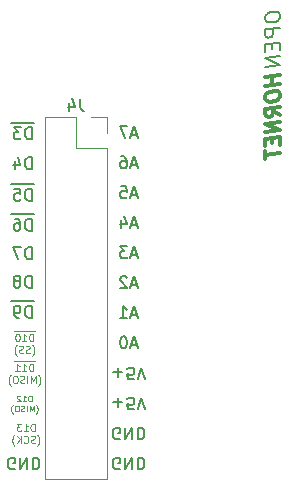
<source format=gbr>
G04 #@! TF.GenerationSoftware,KiCad,Pcbnew,(5.1.4-0-10_14)*
G04 #@! TF.CreationDate,2019-11-14T12:21:28+01:00*
G04 #@! TF.ProjectId,NANO IO,4e414e4f-2049-44f2-9e6b-696361645f70,-*
G04 #@! TF.SameCoordinates,Original*
G04 #@! TF.FileFunction,Legend,Bot*
G04 #@! TF.FilePolarity,Positive*
%FSLAX46Y46*%
G04 Gerber Fmt 4.6, Leading zero omitted, Abs format (unit mm)*
G04 Created by KiCad (PCBNEW (5.1.4-0-10_14)) date 2019-11-14 12:21:28*
%MOMM*%
%LPD*%
G04 APERTURE LIST*
%ADD10C,0.304800*%
%ADD11C,0.127000*%
%ADD12C,0.150000*%
%ADD13C,0.100000*%
%ADD14C,0.120000*%
G04 APERTURE END LIST*
D10*
X155074523Y-75768060D02*
X153804523Y-75926810D01*
X154409285Y-75851215D02*
X154409285Y-76576929D01*
X155074523Y-76493774D02*
X153804523Y-76652524D01*
X153804523Y-77499191D02*
X153804523Y-77741096D01*
X153865000Y-77854489D01*
X153985952Y-77960322D01*
X154227857Y-77990560D01*
X154651190Y-77937643D01*
X154893095Y-77846929D01*
X155014047Y-77710858D01*
X155074523Y-77582346D01*
X155074523Y-77340441D01*
X155014047Y-77227048D01*
X154893095Y-77121215D01*
X154651190Y-77090977D01*
X154227857Y-77143893D01*
X153985952Y-77234608D01*
X153865000Y-77370679D01*
X153804523Y-77499191D01*
X155074523Y-79154727D02*
X154469761Y-78806989D01*
X155074523Y-78429012D02*
X153804523Y-78587762D01*
X153804523Y-79071572D01*
X153865000Y-79184965D01*
X153925476Y-79237881D01*
X154046428Y-79283239D01*
X154227857Y-79260560D01*
X154348809Y-79184965D01*
X154409285Y-79116929D01*
X154469761Y-78988417D01*
X154469761Y-78504608D01*
X155074523Y-79699012D02*
X153804523Y-79857762D01*
X155074523Y-80424727D01*
X153804523Y-80583477D01*
X154409285Y-81112643D02*
X154409285Y-81535977D01*
X155074523Y-81634250D02*
X155074523Y-81029489D01*
X153804523Y-81188239D01*
X153804523Y-81793000D01*
X153804523Y-82155858D02*
X153804523Y-82881572D01*
X155074523Y-82359965D02*
X153804523Y-82518715D01*
D11*
X153804523Y-70803145D02*
X153804523Y-71045050D01*
X153865000Y-71158442D01*
X153985952Y-71264276D01*
X154227857Y-71294514D01*
X154651190Y-71241597D01*
X154893095Y-71150883D01*
X155014047Y-71014811D01*
X155074523Y-70886300D01*
X155074523Y-70644395D01*
X155014047Y-70531002D01*
X154893095Y-70425169D01*
X154651190Y-70394930D01*
X154227857Y-70447847D01*
X153985952Y-70538561D01*
X153865000Y-70674633D01*
X153804523Y-70803145D01*
X155074523Y-71732966D02*
X153804523Y-71891716D01*
X153804523Y-72375526D01*
X153865000Y-72488919D01*
X153925476Y-72541835D01*
X154046428Y-72587192D01*
X154227857Y-72564514D01*
X154348809Y-72488919D01*
X154409285Y-72420883D01*
X154469761Y-72292371D01*
X154469761Y-71808561D01*
X154409285Y-73086121D02*
X154409285Y-73509454D01*
X155074523Y-73607728D02*
X155074523Y-73002966D01*
X153804523Y-73161716D01*
X153804523Y-73766478D01*
X155074523Y-74152014D02*
X153804523Y-74310764D01*
X155074523Y-74877728D01*
X153804523Y-75036478D01*
D12*
X140954285Y-100893571D02*
X141716190Y-100893571D01*
X141335238Y-100512619D02*
X141335238Y-101274523D01*
X142668571Y-101512619D02*
X142192380Y-101512619D01*
X142144761Y-101036428D01*
X142192380Y-101084047D01*
X142287619Y-101131666D01*
X142525714Y-101131666D01*
X142620952Y-101084047D01*
X142668571Y-101036428D01*
X142716190Y-100941190D01*
X142716190Y-100703095D01*
X142668571Y-100607857D01*
X142620952Y-100560238D01*
X142525714Y-100512619D01*
X142287619Y-100512619D01*
X142192380Y-100560238D01*
X142144761Y-100607857D01*
X143001904Y-101512619D02*
X143335238Y-100512619D01*
X143668571Y-101512619D01*
X140954285Y-103433571D02*
X141716190Y-103433571D01*
X141335238Y-103052619D02*
X141335238Y-103814523D01*
X142668571Y-104052619D02*
X142192380Y-104052619D01*
X142144761Y-103576428D01*
X142192380Y-103624047D01*
X142287619Y-103671666D01*
X142525714Y-103671666D01*
X142620952Y-103624047D01*
X142668571Y-103576428D01*
X142716190Y-103481190D01*
X142716190Y-103243095D01*
X142668571Y-103147857D01*
X142620952Y-103100238D01*
X142525714Y-103052619D01*
X142287619Y-103052619D01*
X142192380Y-103100238D01*
X142144761Y-103147857D01*
X143001904Y-104052619D02*
X143335238Y-103052619D01*
X143668571Y-104052619D01*
X141478095Y-106545000D02*
X141382857Y-106592619D01*
X141240000Y-106592619D01*
X141097142Y-106545000D01*
X141001904Y-106449761D01*
X140954285Y-106354523D01*
X140906666Y-106164047D01*
X140906666Y-106021190D01*
X140954285Y-105830714D01*
X141001904Y-105735476D01*
X141097142Y-105640238D01*
X141240000Y-105592619D01*
X141335238Y-105592619D01*
X141478095Y-105640238D01*
X141525714Y-105687857D01*
X141525714Y-106021190D01*
X141335238Y-106021190D01*
X141954285Y-105592619D02*
X141954285Y-106592619D01*
X142525714Y-105592619D01*
X142525714Y-106592619D01*
X143001904Y-105592619D02*
X143001904Y-106592619D01*
X143240000Y-106592619D01*
X143382857Y-106545000D01*
X143478095Y-106449761D01*
X143525714Y-106354523D01*
X143573333Y-106164047D01*
X143573333Y-106021190D01*
X143525714Y-105830714D01*
X143478095Y-105735476D01*
X143382857Y-105640238D01*
X143240000Y-105592619D01*
X143001904Y-105592619D01*
X141478095Y-109085000D02*
X141382857Y-109132619D01*
X141240000Y-109132619D01*
X141097142Y-109085000D01*
X141001904Y-108989761D01*
X140954285Y-108894523D01*
X140906666Y-108704047D01*
X140906666Y-108561190D01*
X140954285Y-108370714D01*
X141001904Y-108275476D01*
X141097142Y-108180238D01*
X141240000Y-108132619D01*
X141335238Y-108132619D01*
X141478095Y-108180238D01*
X141525714Y-108227857D01*
X141525714Y-108561190D01*
X141335238Y-108561190D01*
X141954285Y-108132619D02*
X141954285Y-109132619D01*
X142525714Y-108132619D01*
X142525714Y-109132619D01*
X143001904Y-108132619D02*
X143001904Y-109132619D01*
X143240000Y-109132619D01*
X143382857Y-109085000D01*
X143478095Y-108989761D01*
X143525714Y-108894523D01*
X143573333Y-108704047D01*
X143573333Y-108561190D01*
X143525714Y-108370714D01*
X143478095Y-108275476D01*
X143382857Y-108180238D01*
X143240000Y-108132619D01*
X143001904Y-108132619D01*
X142954285Y-83351666D02*
X142478095Y-83351666D01*
X143049523Y-83637380D02*
X142716190Y-82637380D01*
X142382857Y-83637380D01*
X141620952Y-82637380D02*
X141811428Y-82637380D01*
X141906666Y-82685000D01*
X141954285Y-82732619D01*
X142049523Y-82875476D01*
X142097142Y-83065952D01*
X142097142Y-83446904D01*
X142049523Y-83542142D01*
X142001904Y-83589761D01*
X141906666Y-83637380D01*
X141716190Y-83637380D01*
X141620952Y-83589761D01*
X141573333Y-83542142D01*
X141525714Y-83446904D01*
X141525714Y-83208809D01*
X141573333Y-83113571D01*
X141620952Y-83065952D01*
X141716190Y-83018333D01*
X141906666Y-83018333D01*
X142001904Y-83065952D01*
X142049523Y-83113571D01*
X142097142Y-83208809D01*
X142954285Y-85891666D02*
X142478095Y-85891666D01*
X143049523Y-86177380D02*
X142716190Y-85177380D01*
X142382857Y-86177380D01*
X141573333Y-85177380D02*
X142049523Y-85177380D01*
X142097142Y-85653571D01*
X142049523Y-85605952D01*
X141954285Y-85558333D01*
X141716190Y-85558333D01*
X141620952Y-85605952D01*
X141573333Y-85653571D01*
X141525714Y-85748809D01*
X141525714Y-85986904D01*
X141573333Y-86082142D01*
X141620952Y-86129761D01*
X141716190Y-86177380D01*
X141954285Y-86177380D01*
X142049523Y-86129761D01*
X142097142Y-86082142D01*
X142954285Y-80811666D02*
X142478095Y-80811666D01*
X143049523Y-81097380D02*
X142716190Y-80097380D01*
X142382857Y-81097380D01*
X142144761Y-80097380D02*
X141478095Y-80097380D01*
X141906666Y-81097380D01*
X142954285Y-88431666D02*
X142478095Y-88431666D01*
X143049523Y-88717380D02*
X142716190Y-87717380D01*
X142382857Y-88717380D01*
X141620952Y-88050714D02*
X141620952Y-88717380D01*
X141859047Y-87669761D02*
X142097142Y-88384047D01*
X141478095Y-88384047D01*
X142954285Y-90971666D02*
X142478095Y-90971666D01*
X143049523Y-91257380D02*
X142716190Y-90257380D01*
X142382857Y-91257380D01*
X142144761Y-90257380D02*
X141525714Y-90257380D01*
X141859047Y-90638333D01*
X141716190Y-90638333D01*
X141620952Y-90685952D01*
X141573333Y-90733571D01*
X141525714Y-90828809D01*
X141525714Y-91066904D01*
X141573333Y-91162142D01*
X141620952Y-91209761D01*
X141716190Y-91257380D01*
X142001904Y-91257380D01*
X142097142Y-91209761D01*
X142144761Y-91162142D01*
X142954285Y-93511666D02*
X142478095Y-93511666D01*
X143049523Y-93797380D02*
X142716190Y-92797380D01*
X142382857Y-93797380D01*
X142097142Y-92892619D02*
X142049523Y-92845000D01*
X141954285Y-92797380D01*
X141716190Y-92797380D01*
X141620952Y-92845000D01*
X141573333Y-92892619D01*
X141525714Y-92987857D01*
X141525714Y-93083095D01*
X141573333Y-93225952D01*
X142144761Y-93797380D01*
X141525714Y-93797380D01*
X142954285Y-96051666D02*
X142478095Y-96051666D01*
X143049523Y-96337380D02*
X142716190Y-95337380D01*
X142382857Y-96337380D01*
X141525714Y-96337380D02*
X142097142Y-96337380D01*
X141811428Y-96337380D02*
X141811428Y-95337380D01*
X141906666Y-95480238D01*
X142001904Y-95575476D01*
X142097142Y-95623095D01*
X142954285Y-98591666D02*
X142478095Y-98591666D01*
X143049523Y-98877380D02*
X142716190Y-97877380D01*
X142382857Y-98877380D01*
X141859047Y-97877380D02*
X141763809Y-97877380D01*
X141668571Y-97925000D01*
X141620952Y-97972619D01*
X141573333Y-98067857D01*
X141525714Y-98258333D01*
X141525714Y-98496428D01*
X141573333Y-98686904D01*
X141620952Y-98782142D01*
X141668571Y-98829761D01*
X141763809Y-98877380D01*
X141859047Y-98877380D01*
X141954285Y-98829761D01*
X142001904Y-98782142D01*
X142049523Y-98686904D01*
X142097142Y-98496428D01*
X142097142Y-98258333D01*
X142049523Y-98067857D01*
X142001904Y-97972619D01*
X141954285Y-97925000D01*
X141859047Y-97877380D01*
D13*
X134297628Y-99979200D02*
X133697628Y-99979200D01*
X134154771Y-100812628D02*
X134154771Y-100212628D01*
X134011914Y-100212628D01*
X133926200Y-100241200D01*
X133869057Y-100298342D01*
X133840485Y-100355485D01*
X133811914Y-100469771D01*
X133811914Y-100555485D01*
X133840485Y-100669771D01*
X133869057Y-100726914D01*
X133926200Y-100784057D01*
X134011914Y-100812628D01*
X134154771Y-100812628D01*
X133697628Y-99979200D02*
X133126200Y-99979200D01*
X133240485Y-100812628D02*
X133583342Y-100812628D01*
X133411914Y-100812628D02*
X133411914Y-100212628D01*
X133469057Y-100298342D01*
X133526200Y-100355485D01*
X133583342Y-100384057D01*
X133126200Y-99979200D02*
X132554771Y-99979200D01*
X132669057Y-100812628D02*
X133011914Y-100812628D01*
X132840485Y-100812628D02*
X132840485Y-100212628D01*
X132897628Y-100298342D01*
X132954771Y-100355485D01*
X133011914Y-100384057D01*
X134597628Y-102041200D02*
X134626200Y-102012628D01*
X134683342Y-101926914D01*
X134711914Y-101869771D01*
X134740485Y-101784057D01*
X134769057Y-101641200D01*
X134769057Y-101526914D01*
X134740485Y-101384057D01*
X134711914Y-101298342D01*
X134683342Y-101241200D01*
X134626200Y-101155485D01*
X134597628Y-101126914D01*
X134369057Y-101812628D02*
X134369057Y-101212628D01*
X134169057Y-101641200D01*
X133969057Y-101212628D01*
X133969057Y-101812628D01*
X133683342Y-101812628D02*
X133683342Y-101212628D01*
X133426200Y-101784057D02*
X133340485Y-101812628D01*
X133197628Y-101812628D01*
X133140485Y-101784057D01*
X133111914Y-101755485D01*
X133083342Y-101698342D01*
X133083342Y-101641200D01*
X133111914Y-101584057D01*
X133140485Y-101555485D01*
X133197628Y-101526914D01*
X133311914Y-101498342D01*
X133369057Y-101469771D01*
X133397628Y-101441200D01*
X133426200Y-101384057D01*
X133426200Y-101326914D01*
X133397628Y-101269771D01*
X133369057Y-101241200D01*
X133311914Y-101212628D01*
X133169057Y-101212628D01*
X133083342Y-101241200D01*
X132711914Y-101212628D02*
X132597628Y-101212628D01*
X132540485Y-101241200D01*
X132483342Y-101298342D01*
X132454771Y-101412628D01*
X132454771Y-101612628D01*
X132483342Y-101726914D01*
X132540485Y-101784057D01*
X132597628Y-101812628D01*
X132711914Y-101812628D01*
X132769057Y-101784057D01*
X132826200Y-101726914D01*
X132854771Y-101612628D01*
X132854771Y-101412628D01*
X132826200Y-101298342D01*
X132769057Y-101241200D01*
X132711914Y-101212628D01*
X132254771Y-102041200D02*
X132226200Y-102012628D01*
X132169057Y-101926914D01*
X132140485Y-101869771D01*
X132111914Y-101784057D01*
X132083342Y-101641200D01*
X132083342Y-101526914D01*
X132111914Y-101384057D01*
X132140485Y-101298342D01*
X132169057Y-101241200D01*
X132226200Y-101155485D01*
X132254771Y-101126914D01*
D12*
X134275390Y-79806200D02*
X133275390Y-79806200D01*
X134037295Y-81173580D02*
X134037295Y-80173580D01*
X133799200Y-80173580D01*
X133656342Y-80221200D01*
X133561104Y-80316438D01*
X133513485Y-80411676D01*
X133465866Y-80602152D01*
X133465866Y-80745009D01*
X133513485Y-80935485D01*
X133561104Y-81030723D01*
X133656342Y-81125961D01*
X133799200Y-81173580D01*
X134037295Y-81173580D01*
X133275390Y-79806200D02*
X132323009Y-79806200D01*
X133132533Y-80173580D02*
X132513485Y-80173580D01*
X132846819Y-80554533D01*
X132703961Y-80554533D01*
X132608723Y-80602152D01*
X132561104Y-80649771D01*
X132513485Y-80745009D01*
X132513485Y-80983104D01*
X132561104Y-81078342D01*
X132608723Y-81125961D01*
X132703961Y-81173580D01*
X132989676Y-81173580D01*
X133084914Y-81125961D01*
X133132533Y-81078342D01*
X134037295Y-83713580D02*
X134037295Y-82713580D01*
X133799200Y-82713580D01*
X133656342Y-82761200D01*
X133561104Y-82856438D01*
X133513485Y-82951676D01*
X133465866Y-83142152D01*
X133465866Y-83285009D01*
X133513485Y-83475485D01*
X133561104Y-83570723D01*
X133656342Y-83665961D01*
X133799200Y-83713580D01*
X134037295Y-83713580D01*
X132608723Y-83046914D02*
X132608723Y-83713580D01*
X132846819Y-82665961D02*
X133084914Y-83380247D01*
X132465866Y-83380247D01*
X134275390Y-85013200D02*
X133275390Y-85013200D01*
X134037295Y-86380580D02*
X134037295Y-85380580D01*
X133799200Y-85380580D01*
X133656342Y-85428200D01*
X133561104Y-85523438D01*
X133513485Y-85618676D01*
X133465866Y-85809152D01*
X133465866Y-85952009D01*
X133513485Y-86142485D01*
X133561104Y-86237723D01*
X133656342Y-86332961D01*
X133799200Y-86380580D01*
X134037295Y-86380580D01*
X133275390Y-85013200D02*
X132323009Y-85013200D01*
X132561104Y-85380580D02*
X133037295Y-85380580D01*
X133084914Y-85856771D01*
X133037295Y-85809152D01*
X132942057Y-85761533D01*
X132703961Y-85761533D01*
X132608723Y-85809152D01*
X132561104Y-85856771D01*
X132513485Y-85952009D01*
X132513485Y-86190104D01*
X132561104Y-86285342D01*
X132608723Y-86332961D01*
X132703961Y-86380580D01*
X132942057Y-86380580D01*
X133037295Y-86332961D01*
X133084914Y-86285342D01*
X134275390Y-87553200D02*
X133275390Y-87553200D01*
X134037295Y-88920580D02*
X134037295Y-87920580D01*
X133799200Y-87920580D01*
X133656342Y-87968200D01*
X133561104Y-88063438D01*
X133513485Y-88158676D01*
X133465866Y-88349152D01*
X133465866Y-88492009D01*
X133513485Y-88682485D01*
X133561104Y-88777723D01*
X133656342Y-88872961D01*
X133799200Y-88920580D01*
X134037295Y-88920580D01*
X133275390Y-87553200D02*
X132323009Y-87553200D01*
X132608723Y-87920580D02*
X132799200Y-87920580D01*
X132894438Y-87968200D01*
X132942057Y-88015819D01*
X133037295Y-88158676D01*
X133084914Y-88349152D01*
X133084914Y-88730104D01*
X133037295Y-88825342D01*
X132989676Y-88872961D01*
X132894438Y-88920580D01*
X132703961Y-88920580D01*
X132608723Y-88872961D01*
X132561104Y-88825342D01*
X132513485Y-88730104D01*
X132513485Y-88492009D01*
X132561104Y-88396771D01*
X132608723Y-88349152D01*
X132703961Y-88301533D01*
X132894438Y-88301533D01*
X132989676Y-88349152D01*
X133037295Y-88396771D01*
X133084914Y-88492009D01*
X134037295Y-91333580D02*
X134037295Y-90333580D01*
X133799200Y-90333580D01*
X133656342Y-90381200D01*
X133561104Y-90476438D01*
X133513485Y-90571676D01*
X133465866Y-90762152D01*
X133465866Y-90905009D01*
X133513485Y-91095485D01*
X133561104Y-91190723D01*
X133656342Y-91285961D01*
X133799200Y-91333580D01*
X134037295Y-91333580D01*
X133132533Y-90333580D02*
X132465866Y-90333580D01*
X132894438Y-91333580D01*
X134037295Y-93746580D02*
X134037295Y-92746580D01*
X133799200Y-92746580D01*
X133656342Y-92794200D01*
X133561104Y-92889438D01*
X133513485Y-92984676D01*
X133465866Y-93175152D01*
X133465866Y-93318009D01*
X133513485Y-93508485D01*
X133561104Y-93603723D01*
X133656342Y-93698961D01*
X133799200Y-93746580D01*
X134037295Y-93746580D01*
X132894438Y-93175152D02*
X132989676Y-93127533D01*
X133037295Y-93079914D01*
X133084914Y-92984676D01*
X133084914Y-92937057D01*
X133037295Y-92841819D01*
X132989676Y-92794200D01*
X132894438Y-92746580D01*
X132703961Y-92746580D01*
X132608723Y-92794200D01*
X132561104Y-92841819D01*
X132513485Y-92937057D01*
X132513485Y-92984676D01*
X132561104Y-93079914D01*
X132608723Y-93127533D01*
X132703961Y-93175152D01*
X132894438Y-93175152D01*
X132989676Y-93222771D01*
X133037295Y-93270390D01*
X133084914Y-93365628D01*
X133084914Y-93556104D01*
X133037295Y-93651342D01*
X132989676Y-93698961D01*
X132894438Y-93746580D01*
X132703961Y-93746580D01*
X132608723Y-93698961D01*
X132561104Y-93651342D01*
X132513485Y-93556104D01*
X132513485Y-93365628D01*
X132561104Y-93270390D01*
X132608723Y-93222771D01*
X132703961Y-93175152D01*
X134275390Y-94919200D02*
X133275390Y-94919200D01*
X134037295Y-96286580D02*
X134037295Y-95286580D01*
X133799200Y-95286580D01*
X133656342Y-95334200D01*
X133561104Y-95429438D01*
X133513485Y-95524676D01*
X133465866Y-95715152D01*
X133465866Y-95858009D01*
X133513485Y-96048485D01*
X133561104Y-96143723D01*
X133656342Y-96238961D01*
X133799200Y-96286580D01*
X134037295Y-96286580D01*
X133275390Y-94919200D02*
X132323009Y-94919200D01*
X132989676Y-96286580D02*
X132799200Y-96286580D01*
X132703961Y-96238961D01*
X132656342Y-96191342D01*
X132561104Y-96048485D01*
X132513485Y-95858009D01*
X132513485Y-95477057D01*
X132561104Y-95381819D01*
X132608723Y-95334200D01*
X132703961Y-95286580D01*
X132894438Y-95286580D01*
X132989676Y-95334200D01*
X133037295Y-95381819D01*
X133084914Y-95477057D01*
X133084914Y-95715152D01*
X133037295Y-95810390D01*
X132989676Y-95858009D01*
X132894438Y-95905628D01*
X132703961Y-95905628D01*
X132608723Y-95858009D01*
X132561104Y-95810390D01*
X132513485Y-95715152D01*
D13*
X134297628Y-97439200D02*
X133697628Y-97439200D01*
X134154771Y-98272628D02*
X134154771Y-97672628D01*
X134011914Y-97672628D01*
X133926200Y-97701200D01*
X133869057Y-97758342D01*
X133840485Y-97815485D01*
X133811914Y-97929771D01*
X133811914Y-98015485D01*
X133840485Y-98129771D01*
X133869057Y-98186914D01*
X133926200Y-98244057D01*
X134011914Y-98272628D01*
X134154771Y-98272628D01*
X133697628Y-97439200D02*
X133126200Y-97439200D01*
X133240485Y-98272628D02*
X133583342Y-98272628D01*
X133411914Y-98272628D02*
X133411914Y-97672628D01*
X133469057Y-97758342D01*
X133526200Y-97815485D01*
X133583342Y-97844057D01*
X133126200Y-97439200D02*
X132554771Y-97439200D01*
X132869057Y-97672628D02*
X132811914Y-97672628D01*
X132754771Y-97701200D01*
X132726200Y-97729771D01*
X132697628Y-97786914D01*
X132669057Y-97901200D01*
X132669057Y-98044057D01*
X132697628Y-98158342D01*
X132726200Y-98215485D01*
X132754771Y-98244057D01*
X132811914Y-98272628D01*
X132869057Y-98272628D01*
X132926200Y-98244057D01*
X132954771Y-98215485D01*
X132983342Y-98158342D01*
X133011914Y-98044057D01*
X133011914Y-97901200D01*
X132983342Y-97786914D01*
X132954771Y-97729771D01*
X132926200Y-97701200D01*
X132869057Y-97672628D01*
X134083342Y-99501200D02*
X134111914Y-99472628D01*
X134169057Y-99386914D01*
X134197628Y-99329771D01*
X134226200Y-99244057D01*
X134254771Y-99101200D01*
X134254771Y-98986914D01*
X134226200Y-98844057D01*
X134197628Y-98758342D01*
X134169057Y-98701200D01*
X134111914Y-98615485D01*
X134083342Y-98586914D01*
X133883342Y-99244057D02*
X133797628Y-99272628D01*
X133654771Y-99272628D01*
X133597628Y-99244057D01*
X133569057Y-99215485D01*
X133540485Y-99158342D01*
X133540485Y-99101200D01*
X133569057Y-99044057D01*
X133597628Y-99015485D01*
X133654771Y-98986914D01*
X133769057Y-98958342D01*
X133826200Y-98929771D01*
X133854771Y-98901200D01*
X133883342Y-98844057D01*
X133883342Y-98786914D01*
X133854771Y-98729771D01*
X133826200Y-98701200D01*
X133769057Y-98672628D01*
X133626200Y-98672628D01*
X133540485Y-98701200D01*
X133311914Y-99244057D02*
X133226200Y-99272628D01*
X133083342Y-99272628D01*
X133026200Y-99244057D01*
X132997628Y-99215485D01*
X132969057Y-99158342D01*
X132969057Y-99101200D01*
X132997628Y-99044057D01*
X133026200Y-99015485D01*
X133083342Y-98986914D01*
X133197628Y-98958342D01*
X133254771Y-98929771D01*
X133283342Y-98901200D01*
X133311914Y-98844057D01*
X133311914Y-98786914D01*
X133283342Y-98729771D01*
X133254771Y-98701200D01*
X133197628Y-98672628D01*
X133054771Y-98672628D01*
X132969057Y-98701200D01*
X132769057Y-99501200D02*
X132740485Y-99472628D01*
X132683342Y-99386914D01*
X132654771Y-99329771D01*
X132626200Y-99244057D01*
X132597628Y-99101200D01*
X132597628Y-98986914D01*
X132626200Y-98844057D01*
X132654771Y-98758342D01*
X132683342Y-98701200D01*
X132740485Y-98615485D01*
X132769057Y-98586914D01*
X134033342Y-103382390D02*
X134033342Y-102882390D01*
X133914295Y-102882390D01*
X133842866Y-102906200D01*
X133795247Y-102953819D01*
X133771438Y-103001438D01*
X133747628Y-103096676D01*
X133747628Y-103168104D01*
X133771438Y-103263342D01*
X133795247Y-103310961D01*
X133842866Y-103358580D01*
X133914295Y-103382390D01*
X134033342Y-103382390D01*
X133271438Y-103382390D02*
X133557152Y-103382390D01*
X133414295Y-103382390D02*
X133414295Y-102882390D01*
X133461914Y-102953819D01*
X133509533Y-103001438D01*
X133557152Y-103025247D01*
X133080961Y-102930009D02*
X133057152Y-102906200D01*
X133009533Y-102882390D01*
X132890485Y-102882390D01*
X132842866Y-102906200D01*
X132819057Y-102930009D01*
X132795247Y-102977628D01*
X132795247Y-103025247D01*
X132819057Y-103096676D01*
X133104771Y-103382390D01*
X132795247Y-103382390D01*
X134402390Y-104422866D02*
X134426200Y-104399057D01*
X134473819Y-104327628D01*
X134497628Y-104280009D01*
X134521438Y-104208580D01*
X134545247Y-104089533D01*
X134545247Y-103994295D01*
X134521438Y-103875247D01*
X134497628Y-103803819D01*
X134473819Y-103756200D01*
X134426200Y-103684771D01*
X134402390Y-103660961D01*
X134211914Y-104232390D02*
X134211914Y-103732390D01*
X134045247Y-104089533D01*
X133878580Y-103732390D01*
X133878580Y-104232390D01*
X133640485Y-104232390D02*
X133640485Y-103732390D01*
X133426200Y-104208580D02*
X133354771Y-104232390D01*
X133235723Y-104232390D01*
X133188104Y-104208580D01*
X133164295Y-104184771D01*
X133140485Y-104137152D01*
X133140485Y-104089533D01*
X133164295Y-104041914D01*
X133188104Y-104018104D01*
X133235723Y-103994295D01*
X133330961Y-103970485D01*
X133378580Y-103946676D01*
X133402390Y-103922866D01*
X133426200Y-103875247D01*
X133426200Y-103827628D01*
X133402390Y-103780009D01*
X133378580Y-103756200D01*
X133330961Y-103732390D01*
X133211914Y-103732390D01*
X133140485Y-103756200D01*
X132830961Y-103732390D02*
X132735723Y-103732390D01*
X132688104Y-103756200D01*
X132640485Y-103803819D01*
X132616676Y-103899057D01*
X132616676Y-104065723D01*
X132640485Y-104160961D01*
X132688104Y-104208580D01*
X132735723Y-104232390D01*
X132830961Y-104232390D01*
X132878580Y-104208580D01*
X132926200Y-104160961D01*
X132950009Y-104065723D01*
X132950009Y-103899057D01*
X132926200Y-103803819D01*
X132878580Y-103756200D01*
X132830961Y-103732390D01*
X132450009Y-104422866D02*
X132426200Y-104399057D01*
X132378580Y-104327628D01*
X132354771Y-104280009D01*
X132330961Y-104208580D01*
X132307152Y-104089533D01*
X132307152Y-103994295D01*
X132330961Y-103875247D01*
X132354771Y-103803819D01*
X132378580Y-103756200D01*
X132426200Y-103684771D01*
X132450009Y-103660961D01*
X134281771Y-105892628D02*
X134281771Y-105292628D01*
X134138914Y-105292628D01*
X134053200Y-105321200D01*
X133996057Y-105378342D01*
X133967485Y-105435485D01*
X133938914Y-105549771D01*
X133938914Y-105635485D01*
X133967485Y-105749771D01*
X133996057Y-105806914D01*
X134053200Y-105864057D01*
X134138914Y-105892628D01*
X134281771Y-105892628D01*
X133367485Y-105892628D02*
X133710342Y-105892628D01*
X133538914Y-105892628D02*
X133538914Y-105292628D01*
X133596057Y-105378342D01*
X133653200Y-105435485D01*
X133710342Y-105464057D01*
X133167485Y-105292628D02*
X132796057Y-105292628D01*
X132996057Y-105521200D01*
X132910342Y-105521200D01*
X132853200Y-105549771D01*
X132824628Y-105578342D01*
X132796057Y-105635485D01*
X132796057Y-105778342D01*
X132824628Y-105835485D01*
X132853200Y-105864057D01*
X132910342Y-105892628D01*
X133081771Y-105892628D01*
X133138914Y-105864057D01*
X133167485Y-105835485D01*
X134524628Y-107121200D02*
X134553200Y-107092628D01*
X134610342Y-107006914D01*
X134638914Y-106949771D01*
X134667485Y-106864057D01*
X134696057Y-106721200D01*
X134696057Y-106606914D01*
X134667485Y-106464057D01*
X134638914Y-106378342D01*
X134610342Y-106321200D01*
X134553200Y-106235485D01*
X134524628Y-106206914D01*
X134324628Y-106864057D02*
X134238914Y-106892628D01*
X134096057Y-106892628D01*
X134038914Y-106864057D01*
X134010342Y-106835485D01*
X133981771Y-106778342D01*
X133981771Y-106721200D01*
X134010342Y-106664057D01*
X134038914Y-106635485D01*
X134096057Y-106606914D01*
X134210342Y-106578342D01*
X134267485Y-106549771D01*
X134296057Y-106521200D01*
X134324628Y-106464057D01*
X134324628Y-106406914D01*
X134296057Y-106349771D01*
X134267485Y-106321200D01*
X134210342Y-106292628D01*
X134067485Y-106292628D01*
X133981771Y-106321200D01*
X133381771Y-106835485D02*
X133410342Y-106864057D01*
X133496057Y-106892628D01*
X133553200Y-106892628D01*
X133638914Y-106864057D01*
X133696057Y-106806914D01*
X133724628Y-106749771D01*
X133753200Y-106635485D01*
X133753200Y-106549771D01*
X133724628Y-106435485D01*
X133696057Y-106378342D01*
X133638914Y-106321200D01*
X133553200Y-106292628D01*
X133496057Y-106292628D01*
X133410342Y-106321200D01*
X133381771Y-106349771D01*
X133124628Y-106892628D02*
X133124628Y-106292628D01*
X132781771Y-106892628D02*
X133038914Y-106549771D01*
X132781771Y-106292628D02*
X133124628Y-106635485D01*
X132581771Y-107121200D02*
X132553200Y-107092628D01*
X132496057Y-107006914D01*
X132467485Y-106949771D01*
X132438914Y-106864057D01*
X132410342Y-106721200D01*
X132410342Y-106606914D01*
X132438914Y-106464057D01*
X132467485Y-106378342D01*
X132496057Y-106321200D01*
X132553200Y-106235485D01*
X132581771Y-106206914D01*
D12*
X132588095Y-109085000D02*
X132492857Y-109132619D01*
X132350000Y-109132619D01*
X132207142Y-109085000D01*
X132111904Y-108989761D01*
X132064285Y-108894523D01*
X132016666Y-108704047D01*
X132016666Y-108561190D01*
X132064285Y-108370714D01*
X132111904Y-108275476D01*
X132207142Y-108180238D01*
X132350000Y-108132619D01*
X132445238Y-108132619D01*
X132588095Y-108180238D01*
X132635714Y-108227857D01*
X132635714Y-108561190D01*
X132445238Y-108561190D01*
X133064285Y-108132619D02*
X133064285Y-109132619D01*
X133635714Y-108132619D01*
X133635714Y-109132619D01*
X134111904Y-108132619D02*
X134111904Y-109132619D01*
X134350000Y-109132619D01*
X134492857Y-109085000D01*
X134588095Y-108989761D01*
X134635714Y-108894523D01*
X134683333Y-108704047D01*
X134683333Y-108561190D01*
X134635714Y-108370714D01*
X134588095Y-108275476D01*
X134492857Y-108180238D01*
X134350000Y-108132619D01*
X134111904Y-108132619D01*
D14*
X140395000Y-109915000D02*
X135195000Y-109915000D01*
X140395000Y-81915000D02*
X140395000Y-109915000D01*
X135195000Y-79315000D02*
X135195000Y-109915000D01*
X140395000Y-81915000D02*
X137795000Y-81915000D01*
X137795000Y-81915000D02*
X137795000Y-79315000D01*
X137795000Y-79315000D02*
X135195000Y-79315000D01*
X140395000Y-80645000D02*
X140395000Y-79315000D01*
X140395000Y-79315000D02*
X139065000Y-79315000D01*
D12*
X138128333Y-77767380D02*
X138128333Y-78481666D01*
X138175952Y-78624523D01*
X138271190Y-78719761D01*
X138414047Y-78767380D01*
X138509285Y-78767380D01*
X137223571Y-78100714D02*
X137223571Y-78767380D01*
X137461666Y-77719761D02*
X137699761Y-78434047D01*
X137080714Y-78434047D01*
M02*

</source>
